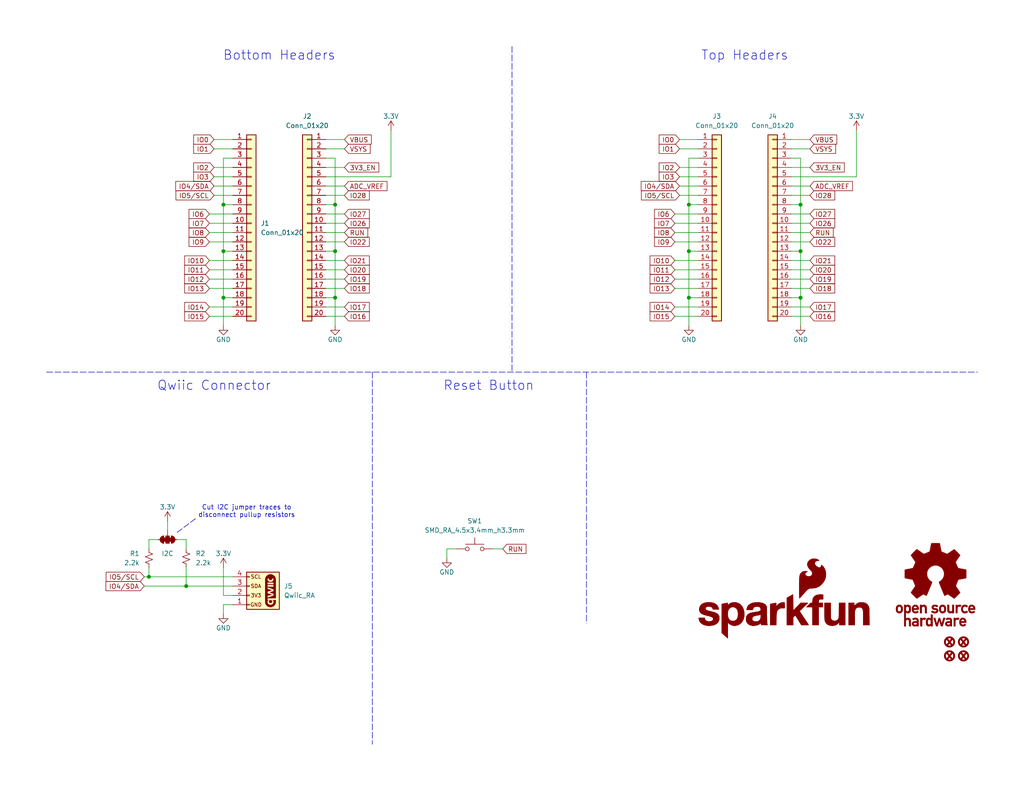
<source format=kicad_sch>
(kicad_sch (version 20231120) (generator "eeschema") (generator_version "8.0")
  (paper "USLetter")
  (title_block (title "SparkFun Pico Add-On Flipper") (date "2025-02-13") (rev "v10") (company "SparkFun Electronics") (comment 1 "Designed by: Dryw Wade"))
  (lib_symbols
    (symbol "SparkFun-Aesthetic:Fiducial_0.5mm"
      (symbol "Fiducial_0.5mm_1_1"
        (text "x" (at 0 0.254 0) (effects (font (size 2.5 2.5) (bold yes))))
      )
    )
    (symbol "SparkFun-Aesthetic:OSHW_Logo" (pin_names (offset 1.016)) (in_bom no))
    (symbol "SparkFun-Aesthetic:SparkFun_Logo" (pin_names (offset 1.016)) (on_board no))
    (symbol "SparkFun-Connector:Conn_01x20_SMD_Pin1RightUp" (pin_names (offset 1.016) hide)
      (property "Reference" "J" (at 0 25.4 0))
      (property "Value" "Conn_01x20" (at 0 -27.94 0))
      (symbol "Conn_01x20_SMD_Pin1RightUp_1_1"
        (pin passive line (at -5.08 22.86 0) (length 3.81) (name "Pin_1") (number "1"))
        (pin passive line (at -5.08 0 0) (length 3.81) (name "Pin_10") (number "10"))
        (pin passive line (at -5.08 -2.54 0) (length 3.81) (name "Pin_11") (number "11"))
        (pin passive line (at -5.08 -5.08 0) (length 3.81) (name "Pin_12") (number "12"))
        (pin passive line (at -5.08 -7.62 0) (length 3.81) (name "Pin_13") (number "13"))
        (pin passive line (at -5.08 -10.16 0) (length 3.81) (name "Pin_14") (number "14"))
        (pin passive line (at -5.08 -12.7 0) (length 3.81) (name "Pin_15") (number "15"))
        (pin passive line (at -5.08 -15.24 0) (length 3.81) (name "Pin_16") (number "16"))
        (pin passive line (at -5.08 -17.78 0) (length 3.81) (name "Pin_17") (number "17"))
        (pin passive line (at -5.08 -20.32 0) (length 3.81) (name "Pin_18") (number "18"))
        (pin passive line (at -5.08 -22.86 0) (length 3.81) (name "Pin_19") (number "19"))
        (pin passive line (at -5.08 20.32 0) (length 3.81) (name "Pin_2") (number "2"))
        (pin passive line (at -5.08 -25.4 0) (length 3.81) (name "Pin_20") (number "20"))
        (pin passive line (at -5.08 17.78 0) (length 3.81) (name "Pin_3") (number "3"))
        (pin passive line (at -5.08 15.24 0) (length 3.81) (name "Pin_4") (number "4"))
        (pin passive line (at -5.08 12.7 0) (length 3.81) (name "Pin_5") (number "5"))
        (pin passive line (at -5.08 10.16 0) (length 3.81) (name "Pin_6") (number "6"))
        (pin passive line (at -5.08 7.62 0) (length 3.81) (name "Pin_7") (number "7"))
        (pin passive line (at -5.08 5.08 0) (length 3.81) (name "Pin_8") (number "8"))
        (pin passive line (at -5.08 2.54 0) (length 3.81) (name "Pin_9") (number "9"))
      )
    )
    (symbol "SparkFun-Connector:Qwiic_Right_Angle" (pin_names (offset 1.016) hide)
      (property "Reference" "J" (at 0 5.08 0))
      (property "Value" "Qwiic_RA" (at 0 -7.62 0))
      (symbol "Qwiic_Right_Angle_1_1"
        (text "3V3" (at 1.27 -2.54 0) (effects (font (size 1 1))))
        (text "GND" (at 1.27 -5.08 0) (effects (font (size 1 1))))
        (text "SCL" (at 1.27 2.54 0) (effects (font (size 1 1))))
        (text "SDA" (at 1.27 0 0) (effects (font (size 1 1))))
        (pin passive line (at -5.08 -5.08 0) (length 3.81) (name "Pin_1") (number "1"))
        (pin passive line (at -5.08 -2.54 0) (length 3.81) (name "Pin_2") (number "2"))
        (pin passive line (at -5.08 0 0) (length 3.81) (name "Pin_3") (number "3"))
        (pin passive line (at -5.08 2.54 0) (length 3.81) (name "Pin_4") (number "4"))
        (pin no_connect line (at 5.08 3.81 270) (length 2.54) hide (name "NC") (number "NC1"))
        (pin no_connect line (at 6.35 3.81 270) (length 2.54) hide (name "NC") (number "NC2"))
      )
    )
    (symbol "SparkFun-Jumper:SolderJumper_3_Bridged123" (pin_numbers hide) (pin_names (offset 0) hide)
      (property "Reference" "JP" (at 0 2.54 0))
      (property "Value" "~" (at 3.81 1.27 0))
      (symbol "SolderJumper_3_Bridged123_1_1"
        (pin passive line (at -2.54 0 0) (length 1.27) (name "A") (number "1"))
        (pin passive line (at 0 -2.54 90) (length 1.27) (name "B") (number "2"))
        (pin passive line (at 2.54 0 180) (length 1.27) (name "C") (number "3"))
      )
    )
    (symbol "SparkFun-PowerSymbol:3.3V" (power) (pin_names (offset 0))
      (property "Value" "3.3V" (at 0 3.81 0))
      (symbol "3.3V_1_1"
        (pin power_in line (at 0 0 90) (length 0) hide (name "3.3V") (number "1"))
      )
    )
    (symbol "SparkFun-PowerSymbol:GND" (power) (pin_names (offset 0))
      (property "Value" "GND" (at 0 -3.81 0))
      (symbol "GND_1_1"
        (pin power_in line (at 0 0 270) (length 0) hide (name "GND") (number "1"))
      )
    )
    (symbol "SparkFun-Resistor:2.2k_0603" (pin_numbers hide) (pin_names (offset 0))
      (property "Reference" "R" (at 0 -2.54 0))
      (property "Value" "2.2k" (at 0 2.54 0))
      (symbol "2.2k_0603_1_1"
        (pin passive line (at -2.54 0 0) (length 1.016) (name "~") (number "1"))
        (pin passive line (at 2.54 0 180) (length 1.016) (name "~") (number "2"))
      )
    )
    (symbol "SparkFun-Switch:SPST_Push_SMD_RA_4.5x3.4mm_h3.3mm" (pin_numbers hide) (pin_names (offset 0) hide)
      (property "Reference" "SW" (at 0 5.08 0))
      (property "Value" "SMD_RA_4.5x3.4mm_h3.3mm" (at 0 -2.54 0))
      (symbol "SPST_Push_SMD_RA_4.5x3.4mm_h3.3mm_1_1"
        (pin passive line (at -5.08 0 0) (length 2.54) (name "1") (number "1"))
        (pin passive line (at 5.08 0 180) (length 2.54) (name "2") (number "2"))
      )
    )
  )
  (junction (at 40.64 157.48))
  (junction (at 187.96 68.58))
  (junction (at 60.96 68.58))
  (junction (at 60.96 81.28))
  (junction (at 187.96 81.28))
  (junction (at 50.8 160.02))
  (junction (at 91.44 68.58))
  (junction (at 91.44 81.28))
  (junction (at 91.44 55.88))
  (junction (at 187.96 55.88))
  (junction (at 218.44 55.88))
  (junction (at 60.96 55.88))
  (junction (at 218.44 81.28))
  (junction (at 218.44 68.58))
  (wire (pts (xy 60.96 165.1) (xy 60.96 167.64)))
  (wire (pts (xy 215.9 53.34) (xy 220.98 53.34)))
  (wire (pts (xy 88.9 50.8) (xy 93.98 50.8)))
  (wire (pts (xy 57.15 60.96) (xy 63.5 60.96)))
  (wire (pts (xy 88.9 43.18) (xy 91.44 43.18)))
  (wire (pts (xy 218.44 43.18) (xy 218.44 55.88)))
  (wire (pts (xy 40.64 157.48) (xy 63.5 157.48)))
  (wire (pts (xy 60.96 43.18) (xy 60.96 55.88)))
  (wire (pts (xy 106.68 35.56) (xy 106.68 48.26)))
  (wire (pts (xy 91.44 55.88) (xy 91.44 68.58)))
  (wire (pts (xy 88.9 78.74) (xy 93.98 78.74)))
  (wire (pts (xy 184.15 60.96) (xy 190.5 60.96)))
  (wire (pts (xy 88.9 60.96) (xy 93.98 60.96)))
  (wire (pts (xy 50.8 147.32) (xy 48.26 147.32)))
  (wire (pts (xy 184.15 73.66) (xy 190.5 73.66)))
  (wire (pts (xy 215.9 76.2) (xy 220.98 76.2)))
  (wire (pts (xy 88.9 68.58) (xy 91.44 68.58)))
  (wire (pts (xy 215.9 71.12) (xy 220.98 71.12)))
  (wire (pts (xy 233.68 35.56) (xy 233.68 48.26)))
  (wire (pts (xy 58.42 38.1) (xy 63.5 38.1)))
  (wire (pts (xy 60.96 81.28) (xy 63.5 81.28)))
  (wire (pts (xy 63.5 165.1) (xy 60.96 165.1)))
  (wire (pts (xy 88.9 40.64) (xy 93.98 40.64)))
  (wire (pts (xy 58.42 45.72) (xy 63.5 45.72)))
  (wire (pts (xy 215.9 45.72) (xy 220.98 45.72)))
  (wire (pts (xy 57.15 83.82) (xy 63.5 83.82)))
  (wire (pts (xy 187.96 43.18) (xy 190.5 43.18)))
  (polyline (pts (xy 53.34 141.605) (xy 48.26 145.415)) (stroke (width 0) (type dash)))
  (wire (pts (xy 60.96 81.28) (xy 60.96 88.9)))
  (polyline (pts (xy 139.7 12.7) (xy 139.7 101.6)) (stroke (width 0) (type dash)))
  (wire (pts (xy 63.5 162.56) (xy 60.96 162.56)))
  (wire (pts (xy 50.8 149.86) (xy 50.8 147.32)))
  (polyline (pts (xy 101.6 101.6) (xy 101.6 203.2)) (stroke (width 0) (type dash)))
  (wire (pts (xy 60.96 43.18) (xy 63.5 43.18)))
  (wire (pts (xy 215.9 40.64) (xy 220.98 40.64)))
  (wire (pts (xy 88.9 81.28) (xy 91.44 81.28)))
  (wire (pts (xy 215.9 58.42) (xy 220.98 58.42)))
  (wire (pts (xy 57.15 71.12) (xy 63.5 71.12)))
  (wire (pts (xy 215.9 66.04) (xy 220.98 66.04)))
  (wire (pts (xy 185.42 40.64) (xy 190.5 40.64)))
  (polyline (pts (xy 160.02 101.6) (xy 160.02 170.18)) (stroke (width 0) (type dash)))
  (wire (pts (xy 50.8 160.02) (xy 63.5 160.02)))
  (wire (pts (xy 43.18 147.32) (xy 40.64 147.32)))
  (wire (pts (xy 60.96 55.88) (xy 63.5 55.88)))
  (wire (pts (xy 88.9 45.72) (xy 93.98 45.72)))
  (wire (pts (xy 45.72 142.24) (xy 45.72 144.78)))
  (wire (pts (xy 88.9 55.88) (xy 91.44 55.88)))
  (wire (pts (xy 57.15 58.42) (xy 63.5 58.42)))
  (wire (pts (xy 185.42 48.26) (xy 190.5 48.26)))
  (wire (pts (xy 184.15 78.74) (xy 190.5 78.74)))
  (wire (pts (xy 215.9 86.36) (xy 220.98 86.36)))
  (wire (pts (xy 57.15 76.2) (xy 63.5 76.2)))
  (wire (pts (xy 121.92 152.4) (xy 121.92 149.86)))
  (wire (pts (xy 88.9 58.42) (xy 93.98 58.42)))
  (wire (pts (xy 40.64 147.32) (xy 40.64 149.86)))
  (wire (pts (xy 187.96 81.28) (xy 187.96 88.9)))
  (wire (pts (xy 57.15 86.36) (xy 63.5 86.36)))
  (wire (pts (xy 88.9 48.26) (xy 106.68 48.26)))
  (wire (pts (xy 58.42 48.26) (xy 63.5 48.26)))
  (wire (pts (xy 88.9 38.1) (xy 93.98 38.1)))
  (wire (pts (xy 184.15 66.04) (xy 190.5 66.04)))
  (wire (pts (xy 40.64 154.94) (xy 40.64 157.48)))
  (wire (pts (xy 39.37 157.48) (xy 40.64 157.48)))
  (wire (pts (xy 215.9 68.58) (xy 218.44 68.58)))
  (wire (pts (xy 88.9 86.36) (xy 93.98 86.36)))
  (wire (pts (xy 88.9 76.2) (xy 93.98 76.2)))
  (wire (pts (xy 184.15 83.82) (xy 190.5 83.82)))
  (wire (pts (xy 215.9 60.96) (xy 220.98 60.96)))
  (wire (pts (xy 91.44 81.28) (xy 91.44 88.9)))
  (wire (pts (xy 60.96 55.88) (xy 60.96 68.58)))
  (wire (pts (xy 185.42 50.8) (xy 190.5 50.8)))
  (wire (pts (xy 218.44 68.58) (xy 218.44 81.28)))
  (polyline (pts (xy 12.7 101.6) (xy 266.7 101.6)) (stroke (width 0) (type dash)))
  (wire (pts (xy 184.15 86.36) (xy 190.5 86.36)))
  (wire (pts (xy 215.9 43.18) (xy 218.44 43.18)))
  (wire (pts (xy 88.9 71.12) (xy 93.98 71.12)))
  (wire (pts (xy 58.42 40.64) (xy 63.5 40.64)))
  (wire (pts (xy 88.9 83.82) (xy 93.98 83.82)))
  (wire (pts (xy 215.9 63.5) (xy 220.98 63.5)))
  (wire (pts (xy 187.96 43.18) (xy 187.96 55.88)))
  (wire (pts (xy 187.96 81.28) (xy 190.5 81.28)))
  (wire (pts (xy 187.96 68.58) (xy 190.5 68.58)))
  (wire (pts (xy 215.9 55.88) (xy 218.44 55.88)))
  (wire (pts (xy 218.44 81.28) (xy 218.44 88.9)))
  (wire (pts (xy 185.42 53.34) (xy 190.5 53.34)))
  (wire (pts (xy 58.42 50.8) (xy 63.5 50.8)))
  (wire (pts (xy 58.42 53.34) (xy 63.5 53.34)))
  (wire (pts (xy 57.15 78.74) (xy 63.5 78.74)))
  (wire (pts (xy 185.42 45.72) (xy 190.5 45.72)))
  (wire (pts (xy 50.8 154.94) (xy 50.8 160.02)))
  (wire (pts (xy 184.15 63.5) (xy 190.5 63.5)))
  (wire (pts (xy 88.9 63.5) (xy 93.98 63.5)))
  (wire (pts (xy 218.44 55.88) (xy 218.44 68.58)))
  (wire (pts (xy 215.9 50.8) (xy 220.98 50.8)))
  (wire (pts (xy 215.9 81.28) (xy 218.44 81.28)))
  (wire (pts (xy 215.9 48.26) (xy 233.68 48.26)))
  (wire (pts (xy 60.96 68.58) (xy 63.5 68.58)))
  (wire (pts (xy 215.9 78.74) (xy 220.98 78.74)))
  (wire (pts (xy 88.9 66.04) (xy 93.98 66.04)))
  (wire (pts (xy 137.16 149.86) (xy 134.62 149.86)))
  (wire (pts (xy 184.15 58.42) (xy 190.5 58.42)))
  (wire (pts (xy 88.9 53.34) (xy 93.98 53.34)))
  (wire (pts (xy 121.92 149.86) (xy 124.46 149.86)))
  (wire (pts (xy 215.9 73.66) (xy 220.98 73.66)))
  (wire (pts (xy 60.96 162.56) (xy 60.96 154.94)))
  (wire (pts (xy 184.15 76.2) (xy 190.5 76.2)))
  (wire (pts (xy 187.96 68.58) (xy 187.96 81.28)))
  (wire (pts (xy 215.9 38.1) (xy 220.98 38.1)))
  (wire (pts (xy 57.15 63.5) (xy 63.5 63.5)))
  (wire (pts (xy 185.42 38.1) (xy 190.5 38.1)))
  (wire (pts (xy 187.96 55.88) (xy 187.96 68.58)))
  (wire (pts (xy 215.9 83.82) (xy 220.98 83.82)))
  (wire (pts (xy 91.44 68.58) (xy 91.44 81.28)))
  (wire (pts (xy 57.15 66.04) (xy 63.5 66.04)))
  (wire (pts (xy 187.96 55.88) (xy 190.5 55.88)))
  (wire (pts (xy 39.37 160.02) (xy 50.8 160.02)))
  (wire (pts (xy 91.44 43.18) (xy 91.44 55.88)))
  (wire (pts (xy 184.15 71.12) (xy 190.5 71.12)))
  (wire (pts (xy 88.9 73.66) (xy 93.98 73.66)))
  (wire (pts (xy 60.96 68.58) (xy 60.96 81.28)))
  (wire (pts (xy 57.15 73.66) (xy 63.5 73.66)))
  (text "Top Headers" (at 203.2 15.24 0) (effects (font (size 2.54 2.54))))
  (text "Bottom Headers" (at 76.2 15.24 0) (effects (font (size 2.54 2.54))))
  (text "Qwiic Connector" (at 58.42 105.41 0) (effects (font (size 2.54 2.54))))
  (text "Cut I2C jumper traces to\ndisconnect pullup resistors" (at 67.31 139.7 0) (effects (font (size 1.27 1.27))))
  (text "Reset Button" (at 133.35 105.41 0) (effects (font (size 2.54 2.54))))
  (global_label "VBUS" (shape input) (at 220.98 38.1 0) (property "Intersheetrefs" "${INTERSHEET_REFS}" (effects (hide yes))))
  (global_label "IO28" (shape input) (at 93.98 53.34 0) (property "Intersheetrefs" "${INTERSHEET_REFS}" (effects (hide yes))))
  (global_label "IO3" (shape input) (at 185.42 48.26 180) (property "Intersheetrefs" "${INTERSHEET_REFS}" (effects (hide yes))))
  (global_label "IO3" (shape input) (at 58.42 48.26 180) (property "Intersheetrefs" "${INTERSHEET_REFS}" (effects (hide yes))))
  (global_label "IO15" (shape input) (at 184.15 86.36 180) (property "Intersheetrefs" "${INTERSHEET_REFS}" (effects (hide yes))))
  (global_label "VSYS" (shape input) (at 93.98 40.64 0) (property "Intersheetrefs" "${INTERSHEET_REFS}" (effects (hide yes))))
  (global_label "IO5{slash}SCL" (shape input) (at 39.37 157.48 180) (property "Intersheetrefs" "${INTERSHEET_REFS}" (effects (hide yes))))
  (global_label "IO7" (shape input) (at 57.15 60.96 180) (property "Intersheetrefs" "${INTERSHEET_REFS}" (effects (hide yes))))
  (global_label "IO11" (shape input) (at 57.15 73.66 180) (property "Intersheetrefs" "${INTERSHEET_REFS}" (effects (hide yes))))
  (global_label "IO6" (shape input) (at 57.15 58.42 180) (property "Intersheetrefs" "${INTERSHEET_REFS}" (effects (hide yes))))
  (global_label "IO8" (shape input) (at 184.15 63.5 180) (property "Intersheetrefs" "${INTERSHEET_REFS}" (effects (hide yes))))
  (global_label "RUN" (shape input) (at 137.16 149.86 0) (property "Intersheetrefs" "${INTERSHEET_REFS}" (effects (hide yes))))
  (global_label "RUN" (shape input) (at 220.98 63.5 0) (property "Intersheetrefs" "${INTERSHEET_REFS}" (effects (hide yes))))
  (global_label "IO5{slash}SCL" (shape input) (at 185.42 53.34 180) (property "Intersheetrefs" "${INTERSHEET_REFS}" (effects (hide yes))))
  (global_label "IO20" (shape input) (at 220.98 73.66 0) (property "Intersheetrefs" "${INTERSHEET_REFS}" (effects (hide yes))))
  (global_label "IO7" (shape input) (at 184.15 60.96 180) (property "Intersheetrefs" "${INTERSHEET_REFS}" (effects (hide yes))))
  (global_label "IO18" (shape input) (at 93.98 78.74 0) (property "Intersheetrefs" "${INTERSHEET_REFS}" (effects (hide yes))))
  (global_label "IO17" (shape input) (at 93.98 83.82 0) (property "Intersheetrefs" "${INTERSHEET_REFS}" (effects (hide yes))))
  (global_label "IO21" (shape input) (at 93.98 71.12 0) (property "Intersheetrefs" "${INTERSHEET_REFS}" (effects (hide yes))))
  (global_label "IO12" (shape input) (at 184.15 76.2 180) (property "Intersheetrefs" "${INTERSHEET_REFS}" (effects (hide yes))))
  (global_label "ADC_VREF" (shape input) (at 220.98 50.8 0) (property "Intersheetrefs" "${INTERSHEET_REFS}" (effects (hide yes))))
  (global_label "IO18" (shape input) (at 220.98 78.74 0) (property "Intersheetrefs" "${INTERSHEET_REFS}" (effects (hide yes))))
  (global_label "3V3_EN" (shape input) (at 220.98 45.72 0) (property "Intersheetrefs" "${INTERSHEET_REFS}" (effects (hide yes))))
  (global_label "IO16" (shape input) (at 220.98 86.36 0) (property "Intersheetrefs" "${INTERSHEET_REFS}" (effects (hide yes))))
  (global_label "IO0" (shape input) (at 58.42 38.1 180) (property "Intersheetrefs" "${INTERSHEET_REFS}" (effects (hide yes))))
  (global_label "IO4{slash}SDA" (shape input) (at 185.42 50.8 180) (property "Intersheetrefs" "${INTERSHEET_REFS}" (effects (hide yes))))
  (global_label "3V3_EN" (shape input) (at 93.98 45.72 0) (property "Intersheetrefs" "${INTERSHEET_REFS}" (effects (hide yes))))
  (global_label "IO14" (shape input) (at 57.15 83.82 180) (property "Intersheetrefs" "${INTERSHEET_REFS}" (effects (hide yes))))
  (global_label "IO1" (shape input) (at 185.42 40.64 180) (property "Intersheetrefs" "${INTERSHEET_REFS}" (effects (hide yes))))
  (global_label "IO16" (shape input) (at 93.98 86.36 0) (property "Intersheetrefs" "${INTERSHEET_REFS}" (effects (hide yes))))
  (global_label "IO15" (shape input) (at 57.15 86.36 180) (property "Intersheetrefs" "${INTERSHEET_REFS}" (effects (hide yes))))
  (global_label "IO13" (shape input) (at 184.15 78.74 180) (property "Intersheetrefs" "${INTERSHEET_REFS}" (effects (hide yes))))
  (global_label "IO6" (shape input) (at 184.15 58.42 180) (property "Intersheetrefs" "${INTERSHEET_REFS}" (effects (hide yes))))
  (global_label "IO2" (shape input) (at 185.42 45.72 180) (property "Intersheetrefs" "${INTERSHEET_REFS}" (effects (hide yes))))
  (global_label "IO10" (shape input) (at 184.15 71.12 180) (property "Intersheetrefs" "${INTERSHEET_REFS}" (effects (hide yes))))
  (global_label "IO4{slash}SDA" (shape input) (at 39.37 160.02 180) (property "Intersheetrefs" "${INTERSHEET_REFS}" (effects (hide yes))))
  (global_label "IO19" (shape input) (at 93.98 76.2 0) (property "Intersheetrefs" "${INTERSHEET_REFS}" (effects (hide yes))))
  (global_label "RUN" (shape input) (at 93.98 63.5 0) (property "Intersheetrefs" "${INTERSHEET_REFS}" (effects (hide yes))))
  (global_label "ADC_VREF" (shape input) (at 93.98 50.8 0) (property "Intersheetrefs" "${INTERSHEET_REFS}" (effects (hide yes))))
  (global_label "IO27" (shape input) (at 93.98 58.42 0) (property "Intersheetrefs" "${INTERSHEET_REFS}" (effects (hide yes))))
  (global_label "IO27" (shape input) (at 220.98 58.42 0) (property "Intersheetrefs" "${INTERSHEET_REFS}" (effects (hide yes))))
  (global_label "IO12" (shape input) (at 57.15 76.2 180) (property "Intersheetrefs" "${INTERSHEET_REFS}" (effects (hide yes))))
  (global_label "IO14" (shape input) (at 184.15 83.82 180) (property "Intersheetrefs" "${INTERSHEET_REFS}" (effects (hide yes))))
  (global_label "IO9" (shape input) (at 184.15 66.04 180) (property "Intersheetrefs" "${INTERSHEET_REFS}" (effects (hide yes))))
  (global_label "IO10" (shape input) (at 57.15 71.12 180) (property "Intersheetrefs" "${INTERSHEET_REFS}" (effects (hide yes))))
  (global_label "IO4{slash}SDA" (shape input) (at 58.42 50.8 180) (property "Intersheetrefs" "${INTERSHEET_REFS}" (effects (hide yes))))
  (global_label "IO2" (shape input) (at 58.42 45.72 180) (property "Intersheetrefs" "${INTERSHEET_REFS}" (effects (hide yes))))
  (global_label "IO26" (shape input) (at 220.98 60.96 0) (property "Intersheetrefs" "${INTERSHEET_REFS}" (effects (hide yes))))
  (global_label "VBUS" (shape input) (at 93.98 38.1 0) (property "Intersheetrefs" "${INTERSHEET_REFS}" (effects (hide yes))))
  (global_label "IO5{slash}SCL" (shape input) (at 58.42 53.34 180) (property "Intersheetrefs" "${INTERSHEET_REFS}" (effects (hide yes))))
  (global_label "VSYS" (shape input) (at 220.98 40.64 0) (property "Intersheetrefs" "${INTERSHEET_REFS}" (effects (hide yes))))
  (global_label "IO22" (shape input) (at 93.98 66.04 0) (property "Intersheetrefs" "${INTERSHEET_REFS}" (effects (hide yes))))
  (global_label "IO20" (shape input) (at 93.98 73.66 0) (property "Intersheetrefs" "${INTERSHEET_REFS}" (effects (hide yes))))
  (global_label "IO13" (shape input) (at 57.15 78.74 180) (property "Intersheetrefs" "${INTERSHEET_REFS}" (effects (hide yes))))
  (global_label "IO21" (shape input) (at 220.98 71.12 0) (property "Intersheetrefs" "${INTERSHEET_REFS}" (effects (hide yes))))
  (global_label "IO1" (shape input) (at 58.42 40.64 180) (property "Intersheetrefs" "${INTERSHEET_REFS}" (effects (hide yes))))
  (global_label "IO28" (shape input) (at 220.98 53.34 0) (property "Intersheetrefs" "${INTERSHEET_REFS}" (effects (hide yes))))
  (global_label "IO11" (shape input) (at 184.15 73.66 180) (property "Intersheetrefs" "${INTERSHEET_REFS}" (effects (hide yes))))
  (global_label "IO8" (shape input) (at 57.15 63.5 180) (property "Intersheetrefs" "${INTERSHEET_REFS}" (effects (hide yes))))
  (global_label "IO0" (shape input) (at 185.42 38.1 180) (property "Intersheetrefs" "${INTERSHEET_REFS}" (effects (hide yes))))
  (global_label "IO9" (shape input) (at 57.15 66.04 180) (property "Intersheetrefs" "${INTERSHEET_REFS}" (effects (hide yes))))
  (global_label "IO26" (shape input) (at 93.98 60.96 0) (property "Intersheetrefs" "${INTERSHEET_REFS}" (effects (hide yes))))
  (global_label "IO19" (shape input) (at 220.98 76.2 0) (property "Intersheetrefs" "${INTERSHEET_REFS}" (effects (hide yes))))
  (global_label "IO17" (shape input) (at 220.98 83.82 0) (property "Intersheetrefs" "${INTERSHEET_REFS}" (effects (hide yes))))
  (global_label "IO22" (shape input) (at 220.98 66.04 0) (property "Intersheetrefs" "${INTERSHEET_REFS}" (effects (hide yes))))
  (symbol (lib_id "SparkFun-Connector:Qwiic_Right_Angle") (at 68.58 160.02 0) (unit 1)
    (property "Reference" "J5" (at 77.47 160.0199 0) (effects (justify left)))
    (property "Value" "Qwiic_RA" (at 77.47 162.5599 0) (effects (justify left)))
    (property "Footprint" "SparkFun-Connector:JST_SMD_1.0mm-4_Black" (effects (hide yes)))
    (property "Datasheet" "https://www.jst-mfg.com/product/pdf/eng/eSH.pdf" (effects (hide yes)))
    (property "Description" "4 pin JST 1mm polarized connector for I2C" (effects (hide yes)))
    (property "PROD_ID" "CONN-13694" (effects (hide yes)))
  )
  (symbol (lib_id "SparkFun-Connector:Conn_01x20_SMD_Pin1RightUp") (at 210.82 60.96 0) (mirror y) (unit 1)
    (property "Reference" "J4" (at 210.82 31.75 0))
    (property "Value" "Conn_01x20" (at 210.82 34.29 0))
    (property "Footprint" "SparkFun-Connector:1x20_SMD_Pin1RightUp" (effects (hide yes)))
    (property "Datasheet" "https://wmsc.lcsc.com/wmsc/upload/file/pdf/v2/lcsc/2110100430_XKB-Connection-X6511WVS-20H-C60D48R2_C2883777.pdf" (effects (hide yes)))
    (property "PROD_ID" "CONN-25435" (effects (hide yes)))
  )
  (symbol (lib_id "SparkFun-Resistor:2.2k_0603") (at 40.64 152.4 90) (unit 1)
    (property "Reference" "R1" (at 38.1 151.1299 90) (effects (justify left)))
    (property "Value" "2.2k" (at 38.1 153.6699 90) (effects (justify left)))
    (property "Footprint" "SparkFun-Resistor:R_0603_1608Metric" (effects (hide yes)))
    (property "Datasheet" "https://www.vishay.com/docs/20035/dcrcwe3.pdf" (effects (hide yes)))
    (property "Description" "Resistor" (effects (hide yes)))
    (property "PROD_ID" "RES-08272" (effects (hide yes)))
  )
  (symbol (lib_id "SparkFun-Aesthetic:SparkFun_Logo") (at 213.36 167.64 0) (unit 1) (on_board no)
    (property "Reference" "G1" (effects (hide yes)))
    (property "Value" "SparkFun_Logo" (effects (hide yes)))
    (property "Footprint" "SparkFun-Aesthetic:SparkFun_Logo_8mm" (effects (hide yes)))
  )
  (symbol (lib_id "SparkFun-PowerSymbol:3.3V") (at 233.68 35.56 0) (unit 1)
    (property "Reference" "#PWR010" (effects (hide yes)))
    (property "Value" "3.3V" (at 233.68 31.75 0))
    (property "Description" "Power symbol creates a global label with name \"3.3V\"" (effects (hide yes)))
  )
  (symbol (lib_id "SparkFun-PowerSymbol:3.3V") (at 60.96 154.94 0) (unit 1)
    (property "Reference" "#PWR02" (effects (hide yes)))
    (property "Value" "3.3V" (at 60.96 151.13 0))
    (property "Description" "Power symbol creates a global label with name \"3.3V\"" (effects (hide yes)))
  )
  (symbol (lib_id "SparkFun-PowerSymbol:GND") (at 60.96 167.64 0) (unit 1)
    (property "Reference" "#PWR01" (effects (hide yes)))
    (property "Value" "GND" (at 60.96 171.45 0))
    (property "Description" "Power symbol creates a global label with name \"GND\" , ground" (effects (hide yes)))
  )
  (symbol (lib_id "SparkFun-Connector:Conn_01x20_SMD_Pin1RightUp") (at 83.82 60.96 0) (mirror y) (unit 1)
    (property "Reference" "J2" (at 83.82 31.75 0))
    (property "Value" "Conn_01x20" (at 83.82 34.29 0))
    (property "Footprint" "SparkFun-Connector:1x20_SMD_Pin1RightUp" (effects (hide yes)))
    (property "Datasheet" "https://wmsc.lcsc.com/wmsc/upload/file/pdf/v2/lcsc/2110100430_XKB-Connection-X6511WVS-20H-C60D48R2_C2883777.pdf" (effects (hide yes)))
    (property "PROD_ID" "CONN-25435" (effects (hide yes)))
  )
  (symbol (lib_id "SparkFun-Connector:Conn_01x20_SMD_Pin1RightUp") (at 195.58 60.96 0) (unit 1)
    (property "Reference" "J3" (at 195.58 31.75 0))
    (property "Value" "Conn_01x20" (at 195.58 34.29 0))
    (property "Footprint" "SparkFun-Connector:1x20_SMD_Pin1RightUp" (effects (hide yes)))
    (property "Datasheet" "https://wmsc.lcsc.com/wmsc/upload/file/pdf/v2/lcsc/2110100430_XKB-Connection-X6511WVS-20H-C60D48R2_C2883777.pdf" (effects (hide yes)))
    (property "PROD_ID" "CONN-25435" (effects (hide yes)))
  )
  (symbol (lib_id "SparkFun-PowerSymbol:GND") (at 91.44 88.9 0) (unit 1)
    (property "Reference" "#PWR06" (effects (hide yes)))
    (property "Value" "GND" (at 91.44 92.71 0))
    (property "Description" "Power symbol creates a global label with name \"GND\" , ground" (effects (hide yes)))
  )
  (symbol (lib_id "SparkFun-PowerSymbol:GND") (at 60.96 88.9 0) (unit 1)
    (property "Reference" "#PWR05" (effects (hide yes)))
    (property "Value" "GND" (at 60.96 92.71 0))
    (property "Description" "Power symbol creates a global label with name \"GND\" , ground" (effects (hide yes)))
  )
  (symbol (lib_id "SparkFun-Aesthetic:Fiducial_0.5mm") (at 262.89 179.07 0) (unit 1)
    (property "Reference" "FID4" (effects (hide yes)))
    (property "Value" "Fiducial_0.5mm" (effects (hide yes)))
    (property "Footprint" "SparkFun-Aesthetic:Fiducial_0.5mm_Mask1mm" (effects (hide yes)))
    (property "Description" "Fiducial Marker" (effects (hide yes)))
  )
  (symbol (lib_id "SparkFun-Switch:SPST_Push_SMD_RA_4.5x3.4mm_h3.3mm") (at 129.54 149.86 0) (mirror y) (unit 1)
    (property "Reference" "SW1" (at 129.54 142.24 0))
    (property "Value" "SMD_RA_4.5x3.4mm_h3.3mm" (at 129.54 144.78 0))
    (property "Footprint" "SparkFun-Switch:Push_SMD_RA_4.5x3.4mm" (effects (hide yes)))
    (property "Datasheet" "https://wmsc.lcsc.com/wmsc/upload/file/pdf/v2/lcsc/2405161820_G-Switch-GT-TC108A-H034-L1S_C22396279.pdf" (effects (hide yes)))
    (property "Description" "Single Pole Single Throw (SPST) switch" (effects (hide yes)))
    (property "PROD_ID" "SWCH-25434" (effects (hide yes)))
  )
  (symbol (lib_id "SparkFun-PowerSymbol:3.3V") (at 106.68 35.56 0) (unit 1)
    (property "Reference" "#PWR03" (effects (hide yes)))
    (property "Value" "3.3V" (at 106.68 31.75 0))
    (property "Description" "Power symbol creates a global label with name \"3.3V\"" (effects (hide yes)))
  )
  (symbol (lib_id "SparkFun-Jumper:SolderJumper_3_Bridged123") (at 45.72 147.32 180) (unit 1)
    (property "Reference" "JP1" (effects (hide yes)))
    (property "Value" "I2C" (at 45.72 151.13 0))
    (property "Footprint" "SparkFun-Jumper:Jumper_3_NC-2_Trace" (effects (hide yes)))
    (property "Description" "Solder Jumper, 3-pole, pins 1+2+3 closed/bridged" (effects (hide yes)))
  )
  (symbol (lib_id "SparkFun-Aesthetic:Fiducial_0.5mm") (at 259.08 179.07 0) (unit 1)
    (property "Reference" "FID2" (effects (hide yes)))
    (property "Value" "Fiducial_0.5mm" (effects (hide yes)))
    (property "Footprint" "SparkFun-Aesthetic:Fiducial_0.5mm_Mask1mm" (effects (hide yes)))
    (property "Description" "Fiducial Marker" (effects (hide yes)))
  )
  (symbol (lib_id "SparkFun-PowerSymbol:3.3V") (at 45.72 142.24 0) (unit 1)
    (property "Reference" "#PWR07" (effects (hide yes)))
    (property "Value" "3.3V" (at 45.72 138.43 0))
    (property "Description" "Power symbol creates a global label with name \"3.3V\"" (effects (hide yes)))
  )
  (symbol (lib_id "SparkFun-Resistor:2.2k_0603") (at 50.8 152.4 90) (unit 1)
    (property "Reference" "R2" (at 53.34 151.1299 90) (effects (justify right)))
    (property "Value" "2.2k" (at 53.34 153.6699 90) (effects (justify right)))
    (property "Footprint" "SparkFun-Resistor:R_0603_1608Metric" (effects (hide yes)))
    (property "Datasheet" "https://www.vishay.com/docs/20035/dcrcwe3.pdf" (effects (hide yes)))
    (property "Description" "Resistor" (effects (hide yes)))
    (property "PROD_ID" "RES-08272" (effects (hide yes)))
  )
  (symbol (lib_id "SparkFun-Aesthetic:OSHW_Logo") (at 255.27 163.83 0) (unit 1) (in_bom no)
    (property "Reference" "G3" (effects (hide yes)))
    (property "Value" "OSHW_Logo" (effects (hide yes)))
    (property "Footprint" "SparkFun-Aesthetic:Creative_Commons_License" (effects (hide yes)))
  )
  (symbol (lib_id "SparkFun-Aesthetic:Fiducial_0.5mm") (at 259.08 175.26 0) (unit 1)
    (property "Reference" "FID1" (effects (hide yes)))
    (property "Value" "Fiducial_0.5mm" (effects (hide yes)))
    (property "Footprint" "SparkFun-Aesthetic:Fiducial_0.5mm_Mask1mm" (effects (hide yes)))
    (property "Description" "Fiducial Marker" (effects (hide yes)))
  )
  (symbol (lib_id "SparkFun-PowerSymbol:GND") (at 121.92 152.4 0) (unit 1)
    (property "Reference" "#PWR04" (effects (hide yes)))
    (property "Value" "GND" (at 121.92 156.21 0))
    (property "Description" "Power symbol creates a global label with name \"GND\" , ground" (effects (hide yes)))
  )
  (symbol (lib_id "SparkFun-Aesthetic:SparkFun_Logo") (at 213.36 167.64 0) (unit 1) (on_board no)
    (property "Reference" "G2" (effects (hide yes)))
    (property "Value" "SparkFun_Logo" (effects (hide yes)))
  )
  (symbol (lib_id "SparkFun-Connector:Conn_01x20_SMD_Pin1RightUp") (at 68.58 60.96 0) (unit 1)
    (property "Reference" "J1" (at 71.12 60.9599 0) (effects (justify left)))
    (property "Value" "Conn_01x20" (at 71.12 63.4999 0) (effects (justify left)))
    (property "Footprint" "SparkFun-Connector:1x20_SMD_Pin1RightUp" (effects (hide yes)))
    (property "Datasheet" "https://wmsc.lcsc.com/wmsc/upload/file/pdf/v2/lcsc/2110100430_XKB-Connection-X6511WVS-20H-C60D48R2_C2883777.pdf" (effects (hide yes)))
    (property "PROD_ID" "CONN-25435" (effects (hide yes)))
  )
  (symbol (lib_id "SparkFun-Aesthetic:Fiducial_0.5mm") (at 262.89 175.26 0) (unit 1)
    (property "Reference" "FID3" (effects (hide yes)))
    (property "Value" "Fiducial_0.5mm" (effects (hide yes)))
    (property "Footprint" "SparkFun-Aesthetic:Fiducial_0.5mm_Mask1mm" (effects (hide yes)))
    (property "Description" "Fiducial Marker" (effects (hide yes)))
  )
  (symbol (lib_id "SparkFun-PowerSymbol:GND") (at 218.44 88.9 0) (unit 1)
    (property "Reference" "#PWR09" (effects (hide yes)))
    (property "Value" "GND" (at 218.44 92.71 0))
    (property "Description" "Power symbol creates a global label with name \"GND\" , ground" (effects (hide yes)))
  )
  (symbol (lib_id "SparkFun-PowerSymbol:GND") (at 187.96 88.9 0) (unit 1)
    (property "Reference" "#PWR08" (effects (hide yes)))
    (property "Value" "GND" (at 187.96 92.71 0))
    (property "Description" "Power symbol creates a global label with name \"GND\" , ground" (effects (hide yes)))
  )
)
</source>
